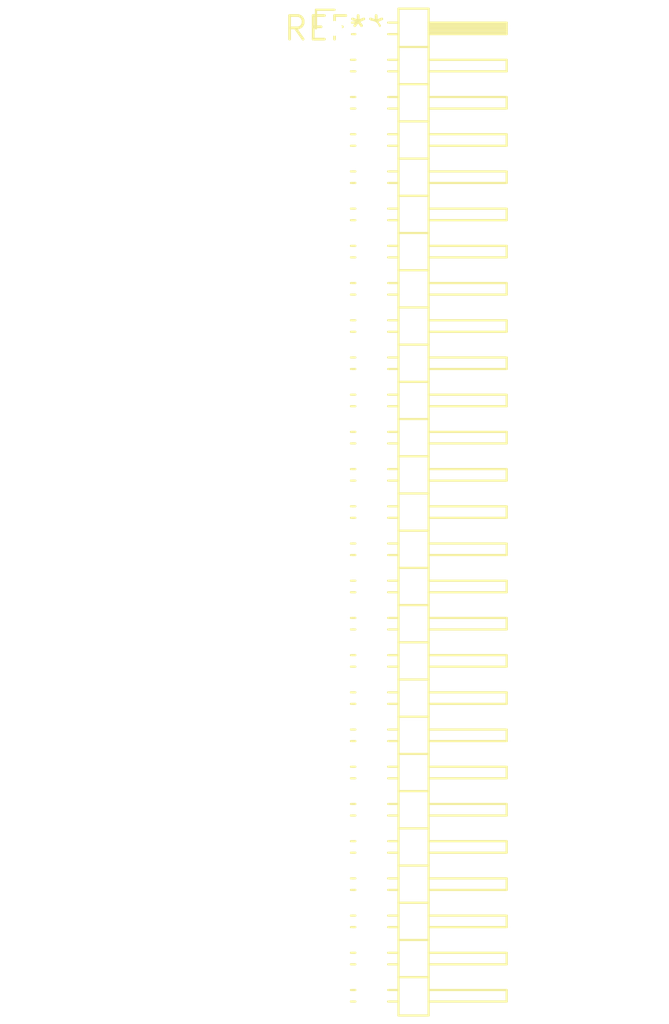
<source format=kicad_pcb>
(kicad_pcb (version 20240108) (generator pcbnew)
  (layers (0 "F.Cu" signal) (31 "B.Cu" signal) (34 "B.Paste" user) (35 "F.Paste" user) (36 "B.SilkS" user "B.Silkscreen") (37 "F.SilkS" user "F.Silkscreen") (38 "B.Mask" user) (39 "F.Mask" user) (44 "Edge.Cuts" user))
  (net 0 "")
  (footprint "PinHeader_2x27_P2.00mm_Horizontal" (layer "F.Cu") (at 0 0)
    (property "Reference" "REF**")
    (property "Value" "PinHeader_2x27_P2.00mm_Horizontal")
    (fp_line (start -1 -1) (end 0 -1) (layer "F.SilkS") (stroke (width 0.12)))
    (fp_line (start -1 0) (end -1 -1) (layer "F.SilkS") (stroke (width 0.12)))
    (fp_line (start 0.882114 1.69) (end 1.117886 1.69) (layer "F.SilkS") (stroke (width 0.12)))
    (fp_line (start 0.882114 2.31) (end 1.117886 2.31) (layer "F.SilkS") (stroke (width 0.12)))
    (fp_line (start 0.882114 3.69) (end 1.117886 3.69) (layer "F.SilkS") (stroke (width 0.12)))
    (fp_line (start 0.882114 4.31) (end 1.117886 4.31) (layer "F.SilkS") (stroke (width 0.12)))
    (fp_line (start 0.882114 5.69) (end 1.117886 5.69) (layer "F.SilkS") (stroke (width 0.12)))
    (fp_line (start 0.882114 6.31) (end 1.117886 6.31) (layer "F.SilkS") (stroke (width 0.12)))
    (fp_line (start 0.882114 7.69) (end 1.117886 7.69) (layer "F.SilkS") (stroke (width 0.12)))
    (fp_line (start 0.882114 8.31) (end 1.117886 8.31) (layer "F.SilkS") (stroke (width 0.12)))
    (fp_line (start 0.882114 9.69) (end 1.117886 9.69) (layer "F.SilkS") (stroke (width 0.12)))
    (fp_line (start 0.882114 10.31) (end 1.117886 10.31) (layer "F.SilkS") (stroke (width 0.12)))
    (fp_line (start 0.882114 11.69) (end 1.117886 11.69) (layer "F.SilkS") (stroke (width 0.12)))
    (fp_line (start 0.882114 12.31) (end 1.117886 12.31) (layer "F.SilkS") (stroke (width 0.12)))
    (fp_line (start 0.882114 13.69) (end 1.117886 13.69) (layer "F.SilkS") (stroke (width 0.12)))
    (fp_line (start 0.882114 14.31) (end 1.117886 14.31) (layer "F.SilkS") (stroke (width 0.12)))
    (fp_line (start 0.882114 15.69) (end 1.117886 15.69) (layer "F.SilkS") (stroke (width 0.12)))
    (fp_line (start 0.882114 16.31) (end 1.117886 16.31) (layer "F.SilkS") (stroke (width 0.12)))
    (fp_line (start 0.882114 17.69) (end 1.117886 17.69) (layer "F.SilkS") (stroke (width 0.12)))
    (fp_line (start 0.882114 18.31) (end 1.117886 18.31) (layer "F.SilkS") (stroke (width 0.12)))
    (fp_line (start 0.882114 19.69) (end 1.117886 19.69) (layer "F.SilkS") (stroke (width 0.12)))
    (fp_line (start 0.882114 20.31) (end 1.117886 20.31) (layer "F.SilkS") (stroke (width 0.12)))
    (fp_line (start 0.882114 21.69) (end 1.117886 21.69) (layer "F.SilkS") (stroke (width 0.12)))
    (fp_line (start 0.882114 22.31) (end 1.117886 22.31) (layer "F.SilkS") (stroke (width 0.12)))
    (fp_line (start 0.882114 23.69) (end 1.117886 23.69) (layer "F.SilkS") (stroke (width 0.12)))
    (fp_line (start 0.882114 24.31) (end 1.117886 24.31) (layer "F.SilkS") (stroke (width 0.12)))
    (fp_line (start 0.882114 25.69) (end 1.117886 25.69) (layer "F.SilkS") (stroke (width 0.12)))
    (fp_line (start 0.882114 26.31) (end 1.117886 26.31) (layer "F.SilkS") (stroke (width 0.12)))
    (fp_line (start 0.882114 27.69) (end 1.117886 27.69) (layer "F.SilkS") (stroke (width 0.12)))
    (fp_line (start 0.882114 28.31) (end 1.117886 28.31) (layer "F.SilkS") (stroke (width 0.12)))
    (fp_line (start 0.882114 29.69) (end 1.117886 29.69) (layer "F.SilkS") (stroke (width 0.12)))
    (fp_line (start 0.882114 30.31) (end 1.117886 30.31) (layer "F.SilkS") (stroke (width 0.12)))
    (fp_line (start 0.882114 31.69) (end 1.117886 31.69) (layer "F.SilkS") (stroke (width 0.12)))
    (fp_line (start 0.882114 32.31) (end 1.117886 32.31) (layer "F.SilkS") (stroke (width 0.12)))
    (fp_line (start 0.882114 33.69) (end 1.117886 33.69) (layer "F.SilkS") (stroke (width 0.12)))
    (fp_line (start 0.882114 34.31) (end 1.117886 34.31) (layer "F.SilkS") (stroke (width 0.12)))
    (fp_line (start 0.882114 35.69) (end 1.117886 35.69) (layer "F.SilkS") (stroke (width 0.12)))
    (fp_line (start 0.882114 36.31) (end 1.117886 36.31) (layer "F.SilkS") (stroke (width 0.12)))
    (fp_line (start 0.882114 37.69) (end 1.117886 37.69) (layer "F.SilkS") (stroke (width 0.12)))
    (fp_line (start 0.882114 38.31) (end 1.117886 38.31) (layer "F.SilkS") (stroke (width 0.12)))
    (fp_line (start 0.882114 39.69) (end 1.117886 39.69) (layer "F.SilkS") (stroke (width 0.12)))
    (fp_line (start 0.882114 40.31) (end 1.117886 40.31) (layer "F.SilkS") (stroke (width 0.12)))
    (fp_line (start 0.882114 41.69) (end 1.117886 41.69) (layer "F.SilkS") (stroke (width 0.12)))
    (fp_line (start 0.882114 42.31) (end 1.117886 42.31) (layer "F.SilkS") (stroke (width 0.12)))
    (fp_line (start 0.882114 43.69) (end 1.117886 43.69) (layer "F.SilkS") (stroke (width 0.12)))
    (fp_line (start 0.882114 44.31) (end 1.117886 44.31) (layer "F.SilkS") (stroke (width 0.12)))
    (fp_line (start 0.882114 45.69) (end 1.117886 45.69) (layer "F.SilkS") (stroke (width 0.12)))
    (fp_line (start 0.882114 46.31) (end 1.117886 46.31) (layer "F.SilkS") (stroke (width 0.12)))
    (fp_line (start 0.882114 47.69) (end 1.117886 47.69) (layer "F.SilkS") (stroke (width 0.12)))
    (fp_line (start 0.882114 48.31) (end 1.117886 48.31) (layer "F.SilkS") (stroke (width 0.12)))
    (fp_line (start 0.882114 49.69) (end 1.117886 49.69) (layer "F.SilkS") (stroke (width 0.12)))
    (fp_line (start 0.882114 50.31) (end 1.117886 50.31) (layer "F.SilkS") (stroke (width 0.12)))
    (fp_line (start 0.882114 51.69) (end 1.117886 51.69) (layer "F.SilkS") (stroke (width 0.12)))
    (fp_line (start 0.882114 52.31) (end 1.117886 52.31) (layer "F.SilkS") (stroke (width 0.12)))
    (fp_line (start 0.935 -0.31) (end 1.117886 -0.31) (layer "F.SilkS") (stroke (width 0.12)))
    (fp_line (start 0.935 0.31) (end 1.117886 0.31) (layer "F.SilkS") (stroke (width 0.12)))
    (fp_line (start 2.882114 -0.31) (end 3.44 -0.31) (layer "F.SilkS") (stroke (width 0.12)))
    (fp_line (start 2.882114 0.31) (end 3.44 0.31) (layer "F.SilkS") (stroke (width 0.12)))
    (fp_line (start 2.882114 1.69) (end 3.44 1.69) (layer "F.SilkS") (stroke (width 0.12)))
    (fp_line (start 2.882114 2.31) (end 3.44 2.31) (layer "F.SilkS") (stroke (width 0.12)))
    (fp_line (start 2.882114 3.69) (end 3.44 3.69) (layer "F.SilkS") (stroke (width 0.12)))
    (fp_line (start 2.882114 4.31) (end 3.44 4.31) (layer "F.SilkS") (stroke (width 0.12)))
    (fp_line (start 2.882114 5.69) (end 3.44 5.69) (layer "F.SilkS") (stroke (width 0.12)))
    (fp_line (start 2.882114 6.31) (end 3.44 6.31) (layer "F.SilkS") (stroke (width 0.12)))
    (fp_line (start 2.882114 7.69) (end 3.44 7.69) (layer "F.SilkS") (stroke (width 0.12)))
    (fp_line (start 2.882114 8.31) (end 3.44 8.31) (layer "F.SilkS") (stroke (width 0.12)))
    (fp_line (start 2.882114 9.69) (end 3.44 9.69) (layer "F.SilkS") (stroke (width 0.12)))
    (fp_line (start 2.882114 10.31) (end 3.44 10.31) (layer "F.SilkS") (stroke (width 0.12)))
    (fp_line (start 2.882114 11.69) (end 3.44 11.69) (layer "F.SilkS") (stroke (width 0.12)))
    (fp_line (start 2.882114 12.31) (end 3.44 12.31) (layer "F.SilkS") (stroke (width 0.12)))
    (fp_line (start 2.882114 13.69) (end 3.44 13.69) (layer "F.SilkS") (stroke (width 0.12)))
    (fp_line (start 2.882114 14.31) (end 3.44 14.31) (layer "F.SilkS") (stroke (width 0.12)))
    (fp_line (start 2.882114 15.69) (end 3.44 15.69) (layer "F.SilkS") (stroke (width 0.12)))
    (fp_line (start 2.882114 16.31) (end 3.44 16.31) (layer "F.SilkS") (stroke (width 0.12)))
    (fp_line (start 2.882114 17.69) (end 3.44 17.69) (layer "F.SilkS") (stroke (width 0.12)))
    (fp_line (start 2.882114 18.31) (end 3.44 18.31) (layer "F.SilkS") (stroke (width 0.12)))
    (fp_line (start 2.882114 19.69) (end 3.44 19.69) (layer "F.SilkS") (stroke (width 0.12)))
    (fp_line (start 2.882114 20.31) (end 3.44 20.31) (layer "F.SilkS") (stroke (width 0.12)))
    (fp_line (start 2.882114 21.69) (end 3.44 21.69) (layer "F.SilkS") (stroke (width 0.12)))
    (fp_line (start 2.882114 22.31) (end 3.44 22.31) (layer "F.SilkS") (stroke (width 0.12)))
    (fp_line (start 2.882114 23.69) (end 3.44 23.69) (layer "F.SilkS") (stroke (width 0.12)))
    (fp_line (start 2.882114 24.31) (end 3.44 24.31) (layer "F.SilkS") (stroke (width 0.12)))
    (fp_line (start 2.882114 25.69) (end 3.44 25.69) (layer "F.SilkS") (stroke (width 0.12)))
    (fp_line (start 2.882114 26.31) (end 3.44 26.31) (layer "F.SilkS") (stroke (width 0.12)))
    (fp_line (start 2.882114 27.69) (end 3.44 27.69) (layer "F.SilkS") (stroke (width 0.12)))
    (fp_line (start 2.882114 28.31) (end 3.44 28.31) (layer "F.SilkS") (stroke (width 0.12)))
    (fp_line (start 2.882114 29.69) (end 3.44 29.69) (layer "F.SilkS") (stroke (width 0.12)))
    (fp_line (start 2.882114 30.31) (end 3.44 30.31) (layer "F.SilkS") (stroke (width 0.12)))
    (fp_line (start 2.882114 31.69) (end 3.44 31.69) (layer "F.SilkS") (stroke (width 0.12)))
    (fp_line (start 2.882114 32.31) (end 3.44 32.31) (layer "F.SilkS") (stroke (width 0.12)))
    (fp_line (start 2.882114 33.69) (end 3.44 33.69) (layer "F.SilkS") (stroke (width 0.12)))
    (fp_line (start 2.882114 34.31) (end 3.44 34.31) (layer "F.SilkS") (stroke (width 0.12)))
    (fp_line (start 2.882114 35.69) (end 3.44 35.69) (layer "F.SilkS") (stroke (width 0.12)))
    (fp_line (start 2.882114 36.31) (end 3.44 36.31) (layer "F.SilkS") (stroke (width 0.12)))
    (fp_line (start 2.882114 37.69) (end 3.44 37.69) (layer "F.SilkS") (stroke (width 0.12)))
    (fp_line (start 2.882114 38.31) (end 3.44 38.31) (layer "F.SilkS") (stroke (width 0.12)))
    (fp_line (start 2.882114 39.69) (end 3.44 39.69) (layer "F.SilkS") (stroke (width 0.12)))
    (fp_line (start 2.882114 40.31) (end 3.44 40.31) (layer "F.SilkS") (stroke (width 0.12)))
    (fp_line (start 2.882114 41.69) (end 3.44 41.69) (layer "F.SilkS") (stroke (width 0.12)))
    (fp_line (start 2.882114 42.31) (end 3.44 42.31) (layer "F.SilkS") (stroke (width 0.12)))
    (fp_line (start 2.882114 43.69) (end 3.44 43.69) (layer "F.SilkS") (stroke (width 0.12)))
    (fp_line (start 2.882114 44.31) (end 3.44 44.31) (layer "F.SilkS") (stroke (width 0.12)))
    (fp_line (start 2.882114 45.69) (end 3.44 45.69) (layer "F.SilkS") (stroke (width 0.12)))
    (fp_line (start 2.882114 46.31) (end 3.44 46.31) (layer "F.SilkS") (stroke (width 0.12)))
    (fp_line (start 2.882114 47.69) (end 3.44 47.69) (layer "F.SilkS") (stroke (width 0.12)))
    (fp_line (start 2.882114 48.31) (end 3.44 48.31) (layer "F.SilkS") (stroke (width 0.12)))
    (fp_line (start 2.882114 49.69) (end 3.44 49.69) (layer "F.SilkS") (stroke (width 0.12)))
    (fp_line (start 2.882114 50.31) (end 3.44 50.31) (layer "F.SilkS") (stroke (width 0.12)))
    (fp_line (start 2.882114 51.69) (end 3.44 51.69) (layer "F.SilkS") (stroke (width 0.12)))
    (fp_line (start 2.882114 52.31) (end 3.44 52.31) (layer "F.SilkS") (stroke (width 0.12)))
    (fp_line (start 3.44 -1.06) (end 3.44 53.06) (layer "F.SilkS") (stroke (width 0.12)))
    (fp_line (start 3.44 1) (end 5.06 1) (layer "F.SilkS") (stroke (width 0.12)))
    (fp_line (start 3.44 3) (end 5.06 3) (layer "F.SilkS") (stroke (width 0.12)))
    (fp_line (start 3.44 5) (end 5.06 5) (layer "F.SilkS") (stroke (width 0.12)))
    (fp_line (start 3.44 7) (end 5.06 7) (layer "F.SilkS") (stroke (width 0.12)))
    (fp_line (start 3.44 9) (end 5.06 9) (layer "F.SilkS") (stroke (width 0.12)))
    (fp_line (start 3.44 11) (end 5.06 11) (layer "F.SilkS") (stroke (width 0.12)))
    (fp_line (start 3.44 13) (end 5.06 13) (layer "F.SilkS") (stroke (width 0.12)))
    (fp_line (start 3.44 15) (end 5.06 15) (layer "F.SilkS") (stroke (width 0.12)))
    (fp_line (start 3.44 17) (end 5.06 17) (layer "F.SilkS") (stroke (width 0.12)))
    (fp_line (start 3.44 19) (end 5.06 19) (layer "F.SilkS") (stroke (width 0.12)))
    (fp_line (start 3.44 21) (end 5.06 21) (layer "F.SilkS") (stroke (width 0.12)))
    (fp_line (start 3.44 23) (end 5.06 23) (layer "F.SilkS") (stroke (width 0.12)))
    (fp_line (start 3.44 25) (end 5.06 25) (layer "F.SilkS") (stroke (width 0.12)))
    (fp_line (start 3.44 27) (end 5.06 27) (layer "F.SilkS") (stroke (width 0.12)))
    (fp_line (start 3.44 29) (end 5.06 29) (layer "F.SilkS") (stroke (width 0.12)))
    (fp_line (start 3.44 31) (end 5.06 31) (layer "F.SilkS") (stroke (width 0.12)))
    (fp_line (start 3.44 33) (end 5.06 33) (layer "F.SilkS") (stroke (width 0.12)))
    (fp_line (start 3.44 35) (end 5.06 35) (layer "F.SilkS") (stroke (width 0.12)))
    (fp_line (start 3.44 37) (end 5.06 37) (layer "F.SilkS") (stroke (width 0.12)))
    (fp_line (start 3.44 39) (end 5.06 39) (layer "F.SilkS") (stroke (width 0.12)))
    (fp_line (start 3.44 41) (end 5.06 41) (layer "F.SilkS") (stroke (width 0.12)))
    (fp_line (start 3.44 43) (end 5.06 43) (layer "F.SilkS") (stroke (width 0.12)))
    (fp_line (start 3.44 45) (end 5.06 45) (layer "F.SilkS") (stroke (width 0.12)))
    (fp_line (start 3.44 47) (end 5.06 47) (layer "F.SilkS") (stroke (width 0.12)))
    (fp_line (start 3.44 49) (end 5.06 49) (layer "F.SilkS") (stroke (width 0.12)))
    (fp_line (start 3.44 51) (end 5.06 51) (layer "F.SilkS") (stroke (width 0.12)))
    (fp_line (start 3.44 53.06) (end 5.06 53.06) (layer "F.SilkS") (stroke (width 0.12)))
    (fp_line (start 5.06 -1.06) (end 3.44 -1.06) (layer "F.SilkS") (stroke (width 0.12)))
    (fp_line (start 5.06 -0.31) (end 9.26 -0.31) (layer "F.SilkS") (stroke (width 0.12)))
    (fp_line (start 5.06 -0.25) (end 9.26 -0.25) (layer "F.SilkS") (stroke (width 0.12)))
    (fp_line (start 5.06 -0.13) (end 9.26 -0.13) (layer "F.SilkS") (stroke (width 0.12)))
    (fp_line (start 5.06 -0.01) (end 9.26 -0.01) (layer "F.SilkS") (stroke (width 0.12)))
    (fp_line (start 5.06 0.11) (end 9.26 0.11) (layer "F.SilkS") (stroke (width 0.12)))
    (fp_line (start 5.06 0.23) (end 9.26 0.23) (layer "F.SilkS") (stroke (width 0.12)))
    (fp_line (start 5.06 1.69) (end 9.26 1.69) (layer "F.SilkS") (stroke (width 0.12)))
    (fp_line (start 5.06 3.69) (end 9.26 3.69) (layer "F.SilkS") (stroke (width 0.12)))
    (fp_line (start 5.06 5.69) (end 9.26 5.69) (layer "F.SilkS") (stroke (width 0.12)))
    (fp_line (start 5.06 7.69) (end 9.26 7.69) (layer "F.SilkS") (stroke (width 0.12)))
    (fp_line (start 5.06 9.69) (end 9.26 9.69) (layer "F.SilkS") (stroke (width 0.12)))
    (fp_line (start 5.06 11.69) (end 9.26 11.69) (layer "F.SilkS") (stroke (width 0.12)))
    (fp_line (start 5.06 13.69) (end 9.26 13.69) (layer "F.SilkS") (stroke (width 0.12)))
    (fp_line (start 5.06 15.69) (end 9.26 15.69) (layer "F.SilkS") (stroke (width 0.12)))
    (fp_line (start 5.06 17.69) (end 9.26 17.69) (layer "F.SilkS") (stroke (width 0.12)))
    (fp_line (start 5.06 19.69) (end 9.26 19.69) (layer "F.SilkS") (stroke (width 0.12)))
    (fp_line (start 5.06 21.69) (end 9.26 21.69) (layer "F.SilkS") (stroke (width 0.12)))
    (fp_line (start 5.06 23.69) (end 9.26 23.69) (layer "F.SilkS") (stroke (width 0.12)))
    (fp_line (start 5.06 25.69) (end 9.26 25.69) (layer "F.SilkS") (stroke (width 0.12)))
    (fp_line (start 5.06 27.69) (end 9.26 27.69) (layer "F.SilkS") (stroke (width 0.12)))
    (fp_line (start 5.06 29.69) (end 9.26 29.69) (layer "F.SilkS") (stroke (width 0.12)))
    (fp_line (start 5.06 31.69) (end 9.26 31.69) (layer "F.SilkS") (stroke (width 0.12)))
    (fp_line (start 5.06 33.69) (end 9.26 33.69) (layer "F.SilkS") (stroke (width 0.12)))
    (fp_line (start 5.06 35.69) (end 9.26 35.69) (layer "F.SilkS") (stroke (width 0.12)))
    (fp_line (start 5.06 37.69) (end 9.26 37.69) (layer "F.SilkS") (stroke (width 0.12)))
    (fp_line (start 5.06 39.69) (end 9.26 39.69) (layer "F.SilkS") (stroke (width 0.12)))
    (fp_line (start 5.06 41.69) (end 9.26 41.69) (layer "F.SilkS") (stroke (width 0.12)))
    (fp_line (start 5.06 43.69) (end 9.26 43.69) (layer "F.SilkS") (stroke (width 0.12)))
    (fp_line (start 5.06 45.69) (end 9.26 45.69) (layer "F.SilkS") (stroke (width 0.12)))
    (fp_line (start 5.06 47.69) (end 9.26 47.69) (layer "F.SilkS") (stroke (width 0.12)))
    (fp_line (start 5.06 49.69) (end 9.26 49.69) (layer "F.SilkS") (stroke (width 0.12)))
    (fp_line (start 5.06 51.69) (end 9.26 51.69) (layer "F.SilkS") (stroke (width 0.12)))
    (fp_line (start 5.06 53.06) (end 5.06 -1.06) (layer "F.SilkS") (stroke (width 0.12)))
    (fp_line (start 9.26 -0.31) (end 9.26 0.31) (layer "F.SilkS") (stroke (width 0.12)))
    (fp_line (start 9.26 0.31) (end 5.06 0.31) (layer "F.SilkS") (stroke (width 0.12)))
    (fp_line (start 9.26 1.69) (end 9.26 2.31) (layer "F.SilkS") (stroke (width 0.12)))
    (fp_line (start 9.26 2.31) (end 5.06 2.31) (layer "F.SilkS") (stroke (width 0.12)))
    (fp_line (start 9.26 3.69) (end 9.26 4.31) (layer "F.SilkS") (stroke (width 0.12)))
    (fp_line (start 9.26 4.31) (end 5.06 4.31) (layer "F.SilkS") (stroke (width 0.12)))
    (fp_line (start 9.26 5.69) (end 9.26 6.31) (layer "F.SilkS") (stroke (width 0.12)))
    (fp_line (start 9.26 6.31) (end 5.06 6.31) (layer "F.SilkS") (stroke (width 0.12)))
    (fp_line (start 9.26 7.69) (end 9.26 8.31) (layer "F.SilkS") (stroke (width 0.12)))
    (fp_line (start 9.26 8.31) (end 5.06 8.31) (layer "F.SilkS") (stroke (width 0.12)))
    (fp_line (start 9.26 9.69) (end 9.26 10.31) (layer "F.SilkS") (stroke (width 0.12)))
    (fp_line (start 9.26 10.31) (end 5.06 10.31) (layer "F.SilkS") (stroke (width 0.12)))
    (fp_line (start 9.26 11.69) (end 9.26 12.31) (layer "F.SilkS") (stroke (width 0.12)))
    (fp_line (start 9.26 12.31) (end 5.06 12.31) (layer "F.SilkS") (stroke (width 0.12)))
    (fp_line (start 9.26 13.69) (end 9.26 14.31) (layer "F.SilkS") (stroke (width 0.12)))
    (fp_line (start 9.26 14.31) (end 5.06 14.31) (layer "F.SilkS") (stroke (width 0.12)))
    (fp_line (start 9.26 15.69) (end 9.26 16.31) (layer "F.SilkS") (stroke (width 0.12)))
    (fp_line (start 9.26 16.31) (end 5.06 16.31) (layer "F.SilkS") (stroke (width 0.12)))
    (fp_line (start 9.26 17.69) (end 9.26 18.31) (layer "F.SilkS") (stroke (width 0.12)))
    (fp_line (start 9.26 18.31) (end 5.06 18.31) (layer "F.SilkS") (stroke (width 0.12)))
    (fp_line (start 9.26 19.69) (end 9.26 20.31) (layer "F.SilkS") (stroke (width 0.12)))
    (fp_line (start 9.26 20.31) (end 5.06 20.31) (layer "F.SilkS") (stroke (width 0.12)))
    (fp_line (start 9.26 21.69) (end 9.26 22.31) (layer "F.SilkS") (stroke (width 0.12)))
    (fp_line (start 9.26 22.31) (end 5.06 22.31) (layer "F.SilkS") (stroke (width 0.12)))
    (fp_line (start 9.26 23.69) (end 9.26 24.31) (layer "F.SilkS") (stroke (width 0.12)))
    (fp_line (start 9.26 24.31) (end 5.06 24.31) (layer "F.SilkS") (stroke (width 0.12)))
    (fp_line (start 9.26 25.69) (end 9.26 26.31) (layer "F.SilkS") (stroke (width 0.12)))
    (fp_line (start 9.26 26.31) (end 5.06 26.31) (layer "F.SilkS") (stroke (width 0.12)))
    (fp_line (start 9.26 27.69) (end 9.26 28.31) (layer "F.SilkS") (stroke (width 0.12)))
    (fp_line (start 9.26 28.31) (end 5.06 28.31) (layer "F.SilkS") (stroke (width 0.12)))
    (fp_line (start 9.26 29.69) (end 9.26 30.31) (layer "F.SilkS") (stroke (width 0.12)))
    (fp_line (start 9.26 30.31) (end 5.06 30.31) (layer "F.SilkS") (stroke (width 0.12)))
    (fp_line (start 9.26 31.69) (end 9.26 32.31) (layer "F.SilkS") (stroke (width 0.12)))
    (fp_line (start 9.26 32.31) (end 5.06 32.31) (layer "F.SilkS") (stroke (width 0.12)))
    (fp_line (start 9.26 33.69) (end 9.26 34.31) (layer "F.SilkS") (stroke (width 0.12)))
    (fp_line (start 9.26 34.31) (end 5.06 34.31) (layer "F.SilkS") (stroke (width 0.12)))
    (fp_line (start 9.26 35.69) (end 9.26 36.31) (layer "F.SilkS") (stroke (width 0.12)))
    (fp_line (start 9.26 36.31) (end 5.06 36.31) (layer "F.SilkS") (stroke (width 0.12)))
    (fp_line (start 9.26 37.69) (end 9.26 38.31) (layer "F.SilkS") (stroke (width 0.12)))
    (fp_line (start 9.26 38.31) (end 5.06 38.31) (layer "F.SilkS") (stroke (width 0.12)))
    (fp_line (start 9.26 39.69) (end 9.26 40.31) (layer "F.SilkS") (stroke (width 0.12)))
    (fp_line (start 9.26 40.31) (end 5.06 40.31) (layer "F.SilkS") (stroke (width 0.12)))
    (fp_line (start 9.26 41.69) (end 9.26 42.31) (layer "F.SilkS") (stroke (width 0.12)))
    (fp_line (start 9.26 42.31) (end 5.06 42.31) (layer "F.SilkS") (stroke (width 0.12)))
    (fp_line (start 9.26 43.69) (end 9.26 44.31) (layer "F.SilkS") (stroke (width 0.12)))
    (fp_line (start 9.26 44.31) (end 5.06 44.31) (layer "F.SilkS") (stroke (width 0.12)))
    (fp_line (start 9.26 45.69) (end 9.26 46.31) (layer "F.SilkS") (stroke (width 0.12)))
    (fp_line (start 9.26 46.31) (end 5.06 46.31) (layer "F.SilkS") (stroke (width 0.12)))
    (fp_line (start 9.26 47.69) (end 9.26 48.31) (layer "F.SilkS") (stroke (width 0.12)))
    (fp_line (start 9.26 48.31) (end 5.06 48.31) (layer "F.SilkS") (stroke (width 0.12)))
    (fp_line (start 9.26 49.69) (end 9.26 50.31) (layer "F.SilkS") (stroke (width 0.12)))
    (fp_line (start 9.26 50.31) (end 5.06 50.31) (layer "F.SilkS") (stroke (width 0.12)))
    (fp_line (start 9.26 51.69) (end 9.26 52.31) (layer "F.SilkS") (stroke (width 0.12)))
    (fp_line (start 9.26 52.31) (end 5.06 52.31) (layer "F.SilkS") (stroke (width 0.12)))
    (pad "1" thru_hole rect (at 0 0) (size 1.35 1.35) (drill 0.8) (layers *.Cu *.Mask) (remove_unused_layers))
    (pad "2" thru_hole oval (at 2 0) (size 1.35 1.35) (drill 0.8) (layers *.Cu *.Mask) (remove_unused_layers))
    (pad "3" thru_hole oval (at 0 2) (size 1.35 1.35) (drill 0.8) (layers *.Cu *.Mask) (remove_unused_layers))
    (pad "4" thru_hole oval (at 2 2) (size 1.35 1.35) (drill 0.8) (layers *.Cu *.Mask) (remove_unused_layers))
    (pad "5" thru_hole oval (at 0 4) (size 1.35 1.35) (drill 0.8) (layers *.Cu *.Mask) (remove_unused_layers))
    (pad "6" thru_hole oval (at 2 4) (size 1.35 1.35) (drill 0.8) (layers *.Cu *.Mask) (remove_unused_layers))
    (pad "7" thru_hole oval (at 0 6) (size 1.35 1.35) (drill 0.8) (layers *.Cu *.Mask) (remove_unused_layers))
    (pad "8" thru_hole oval (at 2 6) (size 1.35 1.35) (drill 0.8) (layers *.Cu *.Mask) (remove_unused_layers))
    (pad "9" thru_hole oval (at 0 8) (size 1.35 1.35) (drill 0.8) (layers *.Cu *.Mask) (remove_unused_layers))
    (pad "10" thru_hole oval (at 2 8) (size 1.35 1.35) (drill 0.8) (layers *.Cu *.Mask) (remove_unused_layers))
    (pad "11" thru_hole oval (at 0 10) (size 1.35 1.35) (drill 0.8) (layers *.Cu *.Mask) (remove_unused_layers))
    (pad "12" thru_hole oval (at 2 10) (size 1.35 1.35) (drill 0.8) (layers *.Cu *.Mask) (remove_unused_layers))
    (pad "13" thru_hole oval (at 0 12) (size 1.35 1.35) (drill 0.8) (layers *.Cu *.Mask) (remove_unused_layers))
    (pad "14" thru_hole oval (at 2 12) (size 1.35 1.35) (drill 0.8) (layers *.Cu *.Mask) (remove_unused_layers))
    (pad "15" thru_hole oval (at 0 14) (size 1.35 1.35) (drill 0.8) (layers *.Cu *.Mask) (remove_unused_layers))
    (pad "16" thru_hole oval (at 2 14) (size 1.35 1.35) (drill 0.8) (layers *.Cu *.Mask) (remove_unused_layers))
    (pad "17" thru_hole oval (at 0 16) (size 1.35 1.35) (drill 0.8) (layers *.Cu *.Mask) (remove_unused_layers))
    (pad "18" thru_hole oval (at 2 16) (size 1.35 1.35) (drill 0.8) (layers *.Cu *.Mask) (remove_unused_layers))
    (pad "19" thru_hole oval (at 0 18) (size 1.35 1.35) (drill 0.8) (layers *.Cu *.Mask) (remove_unused_layers))
    (pad "20" thru_hole oval (at 2 18) (size 1.35 1.35) (drill 0.8) (layers *.Cu *.Mask) (remove_unused_layers))
    (pad "21" thru_hole oval (at 0 20) (size 1.35 1.35) (drill 0.8) (layers *.Cu *.Mask) (remove_unused_layers))
    (pad "22" thru_hole oval (at 2 20) (size 1.35 1.35) (drill 0.8) (layers *.Cu *.Mask) (remove_unused_layers))
    (pad "23" thru_hole oval (at 0 22) (size 1.35 1.35) (drill 0.8) (layers *.Cu *.Mask) (remove_unused_layers))
    (pad "24" thru_hole oval (at 2 22) (size 1.35 1.35) (drill 0.8) (layers *.Cu *.Mask) (remove_unused_layers))
    (pad "25" thru_hole oval (at 0 24) (size 1.35 1.35) (drill 0.8) (layers *.Cu *.Mask) (remove_unused_layers))
    (pad "26" thru_hole oval (at 2 24) (size 1.35 1.35) (drill 0.8) (layers *.Cu *.Mask) (remove_unused_layers))
    (pad "27" thru_hole oval (at 0 26) (size 1.35 1.35) (drill 0.8) (layers *.Cu *.Mask) (remove_unused_layers))
    (pad "28" thru_hole oval (at 2 26) (size 1.35 1.35) (drill 0.8) (layers *.Cu *.Mask) (remove_unused_layers))
    (pad "29" thru_hole oval (at 0 28) (size 1.35 1.35) (drill 0.8) (layers *.Cu *.Mask) (remove_unused_layers))
    (pad "30" thru_hole oval (at 2 28) (size 1.35 1.35) (drill 0.8) (layers *.Cu *.Mask) (remove_unused_layers))
    (pad "31" thru_hole oval (at 0 30) (size 1.35 1.35) (drill 0.8) (layers *.Cu *.Mask) (remove_unused_layers))
    (pad "32" thru_hole oval (at 2 30) (size 1.35 1.35) (drill 0.8) (layers *.Cu *.Mask) (remove_unused_layers))
    (pad "33" thru_hole oval (at 0 32) (size 1.35 1.35) (drill 0.8) (layers *.Cu *.Mask) (remove_unused_layers))
    (pad "34" thru_hole oval (at 2 32) (size 1.35 1.35) (drill 0.8) (layers *.Cu *.Mask) (remove_unused_layers))
    (pad "35" thru_hole oval (at 0 34) (size 1.35 1.35) (drill 0.8) (layers *.Cu *.Mask) (remove_unused_layers))
    (pad "36" thru_hole oval (at 2 34) (size 1.35 1.35) (drill 0.8) (layers *.Cu *.Mask) (remove_unused_layers))
    (pad "37" thru_hole oval (at 0 36) (size 1.35 1.35) (drill 0.8) (layers *.Cu *.Mask) (remove_unused_layers))
    (pad "38" thru_hole oval (at 2 36) (size 1.35 1.35) (drill 0.8) (layers *.Cu *.Mask) (remove_unused_layers))
    (pad "39" thru_hole oval (at 0 38) (size 1.35 1.35) (drill 0.8) (layers *.Cu *.Mask) (remove_unused_layers))
    (pad "40" thru_hole oval (at 2 38) (size 1.35 1.35) (drill 0.8) (layers *.Cu *.Mask) (remove_unused_layers))
    (pad "41" thru_hole oval (at 0 40) (size 1.35 1.35) (drill 0.8) (layers *.Cu *.Mask) (remove_unused_layers))
    (pad "42" thru_hole oval (at 2 40) (size 1.35 1.35) (drill 0.8) (layers *.Cu *.Mask) (remove_unused_layers))
    (pad "43" thru_hole oval (at 0 42) (size 1.35 1.35) (drill 0.8) (layers *.Cu *.Mask) (remove_unused_layers))
    (pad "44" thru_hole oval (at 2 42) (size 1.35 1.35) (drill 0.8) (layers *.Cu *.Mask) (remove_unused_layers))
    (pad "45" thru_hole oval (at 0 44) (size 1.35 1.35) (drill 0.8) (layers *.Cu *.Mask) (remove_unused_layers))
    (pad "46" thru_hole oval (at 2 44) (size 1.35 1.35) (drill 0.8) (layers *.Cu *.Mask) (remove_unused_layers))
    (pad "47" thru_hole oval (at 0 46) (size 1.35 1.35) (drill 0.8) (layers *.Cu *.Mask) (remove_unused_layers))
    (pad "48" thru_hole oval (at 2 46) (size 1.35 1.35) (drill 0.8) (layers *.Cu *.Mask) (remove_unused_layers))
    (pad "49" thru_hole oval (at 0 48) (size 1.35 1.35) (drill 0.8) (layers *.Cu *.Mask) (remove_unused_layers))
    (pad "50" thru_hole oval (at 2 48) (size 1.35 1.35) (drill 0.8) (layers *.Cu *.Mask) (remove_unused_layers))
    (pad "51" thru_hole oval (at 0 50) (size 1.35 1.35) (drill 0.8) (layers *.Cu *.Mask) (remove_unused_layers))
    (pad "52" thru_hole oval (at 2 50) (size 1.35 1.35) (drill 0.8) (layers *.Cu *.Mask) (remove_unused_layers))
    (pad "53" thru_hole oval (at 0 52) (size 1.35 1.35) (drill 0.8) (layers *.Cu *.Mask) (remove_unused_layers))
    (pad "54" thru_hole oval (at 2 52) (size 1.35 1.35) (drill 0.8) (layers *.Cu *.Mask) (remove_unused_layers))
  )
)
</source>
